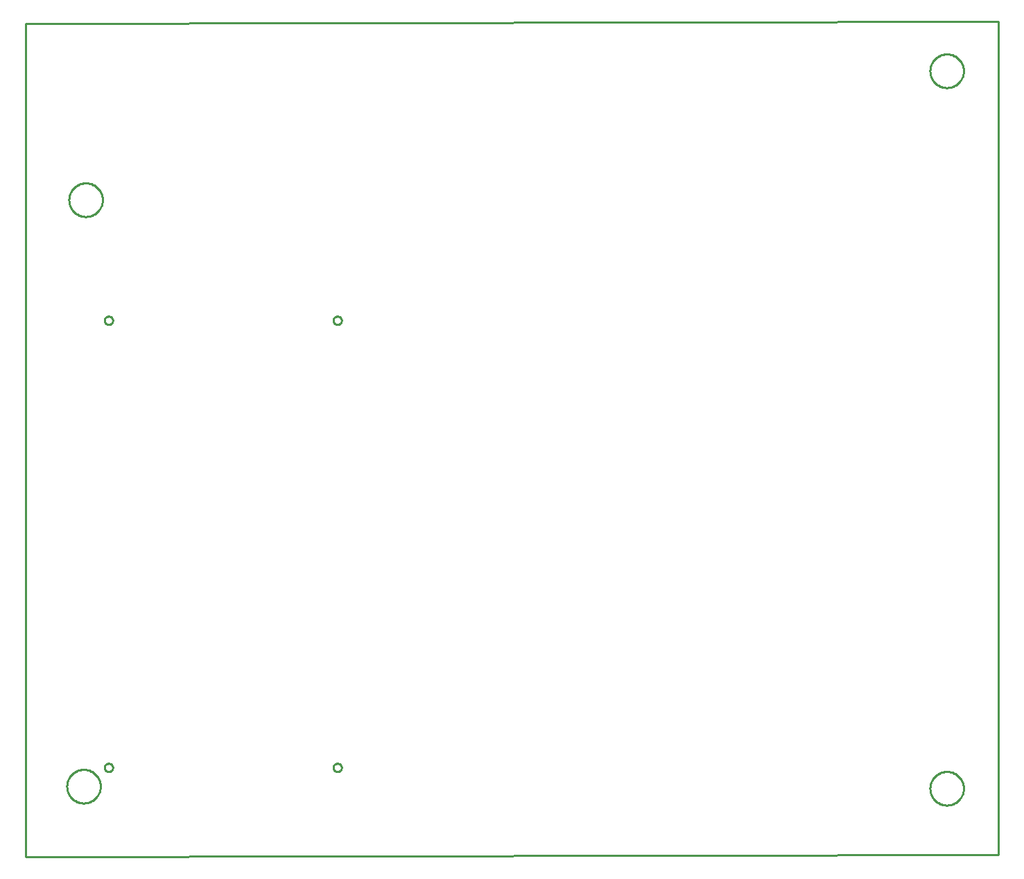
<source format=gbr>
G04 EAGLE Gerber RS-274X export*
G75*
%MOMM*%
%FSLAX34Y34*%
%LPD*%
%IN*%
%IPPOS*%
%AMOC8*
5,1,8,0,0,1.08239X$1,22.5*%
G01*
%ADD10C,0.254000*%


D10*
X-109220Y-20320D02*
X1079300Y-17780D01*
X1079300Y1000000D01*
X-109220Y997460D01*
X-109220Y-20320D01*
X271499Y630000D02*
X270941Y630063D01*
X270394Y630188D01*
X269864Y630373D01*
X269358Y630617D01*
X268882Y630916D01*
X268443Y631266D01*
X268046Y631663D01*
X267696Y632102D01*
X267397Y632578D01*
X267153Y633084D01*
X266968Y633614D01*
X266843Y634161D01*
X266780Y634719D01*
X266780Y635281D01*
X266843Y635839D01*
X266968Y636386D01*
X267153Y636916D01*
X267397Y637422D01*
X267696Y637898D01*
X268046Y638337D01*
X268443Y638734D01*
X268882Y639084D01*
X269358Y639383D01*
X269864Y639627D01*
X270394Y639812D01*
X270941Y639937D01*
X271499Y640000D01*
X272061Y640000D01*
X272619Y639937D01*
X273166Y639812D01*
X273696Y639627D01*
X274202Y639383D01*
X274678Y639084D01*
X275117Y638734D01*
X275514Y638337D01*
X275864Y637898D01*
X276163Y637422D01*
X276407Y636916D01*
X276592Y636386D01*
X276717Y635839D01*
X276780Y635281D01*
X276780Y634719D01*
X276717Y634161D01*
X276592Y633614D01*
X276407Y633084D01*
X276163Y632578D01*
X275864Y632102D01*
X275514Y631663D01*
X275117Y631266D01*
X274678Y630916D01*
X274202Y630617D01*
X273696Y630373D01*
X273166Y630188D01*
X272619Y630063D01*
X272061Y630000D01*
X271499Y630000D01*
X271499Y83900D02*
X270941Y83963D01*
X270394Y84088D01*
X269864Y84273D01*
X269358Y84517D01*
X268882Y84816D01*
X268443Y85166D01*
X268046Y85563D01*
X267696Y86002D01*
X267397Y86478D01*
X267153Y86984D01*
X266968Y87514D01*
X266843Y88061D01*
X266780Y88619D01*
X266780Y89181D01*
X266843Y89739D01*
X266968Y90286D01*
X267153Y90816D01*
X267397Y91322D01*
X267696Y91798D01*
X268046Y92237D01*
X268443Y92634D01*
X268882Y92984D01*
X269358Y93283D01*
X269864Y93527D01*
X270394Y93712D01*
X270941Y93837D01*
X271499Y93900D01*
X272061Y93900D01*
X272619Y93837D01*
X273166Y93712D01*
X273696Y93527D01*
X274202Y93283D01*
X274678Y92984D01*
X275117Y92634D01*
X275514Y92237D01*
X275864Y91798D01*
X276163Y91322D01*
X276407Y90816D01*
X276592Y90286D01*
X276717Y89739D01*
X276780Y89181D01*
X276780Y88619D01*
X276717Y88061D01*
X276592Y87514D01*
X276407Y86984D01*
X276163Y86478D01*
X275864Y86002D01*
X275514Y85563D01*
X275117Y85166D01*
X274678Y84816D01*
X274202Y84517D01*
X273696Y84273D01*
X273166Y84088D01*
X272619Y83963D01*
X272061Y83900D01*
X271499Y83900D01*
X-7901Y83900D02*
X-8459Y83963D01*
X-9006Y84088D01*
X-9536Y84273D01*
X-10042Y84517D01*
X-10518Y84816D01*
X-10957Y85166D01*
X-11354Y85563D01*
X-11704Y86002D01*
X-12003Y86478D01*
X-12247Y86984D01*
X-12432Y87514D01*
X-12557Y88061D01*
X-12620Y88619D01*
X-12620Y89181D01*
X-12557Y89739D01*
X-12432Y90286D01*
X-12247Y90816D01*
X-12003Y91322D01*
X-11704Y91798D01*
X-11354Y92237D01*
X-10957Y92634D01*
X-10518Y92984D01*
X-10042Y93283D01*
X-9536Y93527D01*
X-9006Y93712D01*
X-8459Y93837D01*
X-7901Y93900D01*
X-7339Y93900D01*
X-6781Y93837D01*
X-6234Y93712D01*
X-5704Y93527D01*
X-5198Y93283D01*
X-4722Y92984D01*
X-4283Y92634D01*
X-3886Y92237D01*
X-3536Y91798D01*
X-3237Y91322D01*
X-2993Y90816D01*
X-2808Y90286D01*
X-2683Y89739D01*
X-2620Y89181D01*
X-2620Y88619D01*
X-2683Y88061D01*
X-2808Y87514D01*
X-2993Y86984D01*
X-3237Y86478D01*
X-3536Y86002D01*
X-3886Y85563D01*
X-4283Y85166D01*
X-4722Y84816D01*
X-5198Y84517D01*
X-5704Y84273D01*
X-6234Y84088D01*
X-6781Y83963D01*
X-7339Y83900D01*
X-7901Y83900D01*
X-7901Y630000D02*
X-8459Y630063D01*
X-9006Y630188D01*
X-9536Y630373D01*
X-10042Y630617D01*
X-10518Y630916D01*
X-10957Y631266D01*
X-11354Y631663D01*
X-11704Y632102D01*
X-12003Y632578D01*
X-12247Y633084D01*
X-12432Y633614D01*
X-12557Y634161D01*
X-12620Y634719D01*
X-12620Y635281D01*
X-12557Y635839D01*
X-12432Y636386D01*
X-12247Y636916D01*
X-12003Y637422D01*
X-11704Y637898D01*
X-11354Y638337D01*
X-10957Y638734D01*
X-10518Y639084D01*
X-10042Y639383D01*
X-9536Y639627D01*
X-9006Y639812D01*
X-8459Y639937D01*
X-7901Y640000D01*
X-7339Y640000D01*
X-6781Y639937D01*
X-6234Y639812D01*
X-5704Y639627D01*
X-5198Y639383D01*
X-4722Y639084D01*
X-4283Y638734D01*
X-3886Y638337D01*
X-3536Y637898D01*
X-3237Y637422D01*
X-2993Y636916D01*
X-2808Y636386D01*
X-2683Y635839D01*
X-2620Y635281D01*
X-2620Y634719D01*
X-2683Y634161D01*
X-2808Y633614D01*
X-2993Y633084D01*
X-3237Y632578D01*
X-3536Y632102D01*
X-3886Y631663D01*
X-4283Y631266D01*
X-4722Y630916D01*
X-5198Y630617D01*
X-5704Y630373D01*
X-6234Y630188D01*
X-6781Y630063D01*
X-7339Y630000D01*
X-7901Y630000D01*
X1036500Y62881D02*
X1036425Y61644D01*
X1036276Y60414D01*
X1036053Y59195D01*
X1035756Y57993D01*
X1035388Y56810D01*
X1034948Y55651D01*
X1034440Y54522D01*
X1033864Y53425D01*
X1033223Y52364D01*
X1032519Y51345D01*
X1031755Y50370D01*
X1030934Y49442D01*
X1030058Y48566D01*
X1029130Y47745D01*
X1028155Y46981D01*
X1027136Y46277D01*
X1026075Y45636D01*
X1024978Y45060D01*
X1023849Y44552D01*
X1022690Y44113D01*
X1021507Y43744D01*
X1020305Y43447D01*
X1019086Y43224D01*
X1017856Y43075D01*
X1016619Y43000D01*
X1015381Y43000D01*
X1014144Y43075D01*
X1012914Y43224D01*
X1011695Y43447D01*
X1010493Y43744D01*
X1009310Y44113D01*
X1008151Y44552D01*
X1007022Y45060D01*
X1005925Y45636D01*
X1004864Y46277D01*
X1003845Y46981D01*
X1002870Y47745D01*
X1001942Y48566D01*
X1001066Y49442D01*
X1000245Y50370D01*
X999481Y51345D01*
X998777Y52364D01*
X998136Y53425D01*
X997560Y54522D01*
X997052Y55651D01*
X996613Y56810D01*
X996244Y57993D01*
X995947Y59195D01*
X995724Y60414D01*
X995575Y61644D01*
X995500Y62881D01*
X995500Y64119D01*
X995575Y65356D01*
X995724Y66586D01*
X995947Y67805D01*
X996244Y69007D01*
X996613Y70190D01*
X997052Y71349D01*
X997560Y72478D01*
X998136Y73575D01*
X998777Y74636D01*
X999481Y75655D01*
X1000245Y76630D01*
X1001066Y77558D01*
X1001942Y78434D01*
X1002870Y79255D01*
X1003845Y80019D01*
X1004864Y80723D01*
X1005925Y81364D01*
X1007022Y81940D01*
X1008151Y82448D01*
X1009310Y82888D01*
X1010493Y83256D01*
X1011695Y83553D01*
X1012914Y83776D01*
X1014144Y83925D01*
X1015381Y84000D01*
X1016619Y84000D01*
X1017856Y83925D01*
X1019086Y83776D01*
X1020305Y83553D01*
X1021507Y83256D01*
X1022690Y82888D01*
X1023849Y82448D01*
X1024978Y81940D01*
X1026075Y81364D01*
X1027136Y80723D01*
X1028155Y80019D01*
X1029130Y79255D01*
X1030058Y78434D01*
X1030934Y77558D01*
X1031755Y76630D01*
X1032519Y75655D01*
X1033223Y74636D01*
X1033864Y73575D01*
X1034440Y72478D01*
X1034948Y71349D01*
X1035388Y70190D01*
X1035756Y69007D01*
X1036053Y67805D01*
X1036276Y66586D01*
X1036425Y65356D01*
X1036500Y64119D01*
X1036500Y62881D01*
X-17600Y65421D02*
X-17675Y64184D01*
X-17824Y62954D01*
X-18047Y61735D01*
X-18344Y60533D01*
X-18713Y59350D01*
X-19152Y58191D01*
X-19660Y57062D01*
X-20236Y55965D01*
X-20877Y54904D01*
X-21581Y53885D01*
X-22345Y52910D01*
X-23166Y51982D01*
X-24042Y51106D01*
X-24970Y50285D01*
X-25945Y49521D01*
X-26964Y48817D01*
X-28025Y48176D01*
X-29122Y47600D01*
X-30251Y47092D01*
X-31410Y46653D01*
X-32593Y46284D01*
X-33795Y45987D01*
X-35014Y45764D01*
X-36244Y45615D01*
X-37481Y45540D01*
X-38719Y45540D01*
X-39956Y45615D01*
X-41186Y45764D01*
X-42405Y45987D01*
X-43607Y46284D01*
X-44790Y46653D01*
X-45949Y47092D01*
X-47078Y47600D01*
X-48175Y48176D01*
X-49236Y48817D01*
X-50255Y49521D01*
X-51230Y50285D01*
X-52158Y51106D01*
X-53034Y51982D01*
X-53855Y52910D01*
X-54619Y53885D01*
X-55323Y54904D01*
X-55964Y55965D01*
X-56540Y57062D01*
X-57048Y58191D01*
X-57488Y59350D01*
X-57856Y60533D01*
X-58153Y61735D01*
X-58376Y62954D01*
X-58525Y64184D01*
X-58600Y65421D01*
X-58600Y66659D01*
X-58525Y67896D01*
X-58376Y69126D01*
X-58153Y70345D01*
X-57856Y71547D01*
X-57488Y72730D01*
X-57048Y73889D01*
X-56540Y75018D01*
X-55964Y76115D01*
X-55323Y77176D01*
X-54619Y78195D01*
X-53855Y79170D01*
X-53034Y80098D01*
X-52158Y80974D01*
X-51230Y81795D01*
X-50255Y82559D01*
X-49236Y83263D01*
X-48175Y83904D01*
X-47078Y84480D01*
X-45949Y84988D01*
X-44790Y85428D01*
X-43607Y85796D01*
X-42405Y86093D01*
X-41186Y86316D01*
X-39956Y86465D01*
X-38719Y86540D01*
X-37481Y86540D01*
X-36244Y86465D01*
X-35014Y86316D01*
X-33795Y86093D01*
X-32593Y85796D01*
X-31410Y85428D01*
X-30251Y84988D01*
X-29122Y84480D01*
X-28025Y83904D01*
X-26964Y83263D01*
X-25945Y82559D01*
X-24970Y81795D01*
X-24042Y80974D01*
X-23166Y80098D01*
X-22345Y79170D01*
X-21581Y78195D01*
X-20877Y77176D01*
X-20236Y76115D01*
X-19660Y75018D01*
X-19152Y73889D01*
X-18713Y72730D01*
X-18344Y71547D01*
X-18047Y70345D01*
X-17824Y69126D01*
X-17675Y67896D01*
X-17600Y66659D01*
X-17600Y65421D01*
X1036500Y939181D02*
X1036425Y937944D01*
X1036276Y936714D01*
X1036053Y935495D01*
X1035756Y934293D01*
X1035388Y933110D01*
X1034948Y931951D01*
X1034440Y930822D01*
X1033864Y929725D01*
X1033223Y928664D01*
X1032519Y927645D01*
X1031755Y926670D01*
X1030934Y925742D01*
X1030058Y924866D01*
X1029130Y924045D01*
X1028155Y923281D01*
X1027136Y922577D01*
X1026075Y921936D01*
X1024978Y921360D01*
X1023849Y920852D01*
X1022690Y920413D01*
X1021507Y920044D01*
X1020305Y919747D01*
X1019086Y919524D01*
X1017856Y919375D01*
X1016619Y919300D01*
X1015381Y919300D01*
X1014144Y919375D01*
X1012914Y919524D01*
X1011695Y919747D01*
X1010493Y920044D01*
X1009310Y920413D01*
X1008151Y920852D01*
X1007022Y921360D01*
X1005925Y921936D01*
X1004864Y922577D01*
X1003845Y923281D01*
X1002870Y924045D01*
X1001942Y924866D01*
X1001066Y925742D01*
X1000245Y926670D01*
X999481Y927645D01*
X998777Y928664D01*
X998136Y929725D01*
X997560Y930822D01*
X997052Y931951D01*
X996613Y933110D01*
X996244Y934293D01*
X995947Y935495D01*
X995724Y936714D01*
X995575Y937944D01*
X995500Y939181D01*
X995500Y940419D01*
X995575Y941656D01*
X995724Y942886D01*
X995947Y944105D01*
X996244Y945307D01*
X996613Y946490D01*
X997052Y947649D01*
X997560Y948778D01*
X998136Y949875D01*
X998777Y950936D01*
X999481Y951955D01*
X1000245Y952930D01*
X1001066Y953858D01*
X1001942Y954734D01*
X1002870Y955555D01*
X1003845Y956319D01*
X1004864Y957023D01*
X1005925Y957664D01*
X1007022Y958240D01*
X1008151Y958748D01*
X1009310Y959188D01*
X1010493Y959556D01*
X1011695Y959853D01*
X1012914Y960076D01*
X1014144Y960225D01*
X1015381Y960300D01*
X1016619Y960300D01*
X1017856Y960225D01*
X1019086Y960076D01*
X1020305Y959853D01*
X1021507Y959556D01*
X1022690Y959188D01*
X1023849Y958748D01*
X1024978Y958240D01*
X1026075Y957664D01*
X1027136Y957023D01*
X1028155Y956319D01*
X1029130Y955555D01*
X1030058Y954734D01*
X1030934Y953858D01*
X1031755Y952930D01*
X1032519Y951955D01*
X1033223Y950936D01*
X1033864Y949875D01*
X1034440Y948778D01*
X1034948Y947649D01*
X1035388Y946490D01*
X1035756Y945307D01*
X1036053Y944105D01*
X1036276Y942886D01*
X1036425Y941656D01*
X1036500Y940419D01*
X1036500Y939181D01*
X-15060Y781701D02*
X-15135Y780464D01*
X-15284Y779234D01*
X-15507Y778015D01*
X-15804Y776813D01*
X-16173Y775630D01*
X-16612Y774471D01*
X-17120Y773342D01*
X-17696Y772245D01*
X-18337Y771184D01*
X-19041Y770165D01*
X-19805Y769190D01*
X-20626Y768262D01*
X-21502Y767386D01*
X-22430Y766565D01*
X-23405Y765801D01*
X-24424Y765097D01*
X-25485Y764456D01*
X-26582Y763880D01*
X-27711Y763372D01*
X-28870Y762933D01*
X-30053Y762564D01*
X-31255Y762267D01*
X-32474Y762044D01*
X-33704Y761895D01*
X-34941Y761820D01*
X-36179Y761820D01*
X-37416Y761895D01*
X-38646Y762044D01*
X-39865Y762267D01*
X-41067Y762564D01*
X-42250Y762933D01*
X-43409Y763372D01*
X-44538Y763880D01*
X-45635Y764456D01*
X-46696Y765097D01*
X-47715Y765801D01*
X-48690Y766565D01*
X-49618Y767386D01*
X-50494Y768262D01*
X-51315Y769190D01*
X-52079Y770165D01*
X-52783Y771184D01*
X-53424Y772245D01*
X-54000Y773342D01*
X-54508Y774471D01*
X-54948Y775630D01*
X-55316Y776813D01*
X-55613Y778015D01*
X-55836Y779234D01*
X-55985Y780464D01*
X-56060Y781701D01*
X-56060Y782939D01*
X-55985Y784176D01*
X-55836Y785406D01*
X-55613Y786625D01*
X-55316Y787827D01*
X-54948Y789010D01*
X-54508Y790169D01*
X-54000Y791298D01*
X-53424Y792395D01*
X-52783Y793456D01*
X-52079Y794475D01*
X-51315Y795450D01*
X-50494Y796378D01*
X-49618Y797254D01*
X-48690Y798075D01*
X-47715Y798839D01*
X-46696Y799543D01*
X-45635Y800184D01*
X-44538Y800760D01*
X-43409Y801268D01*
X-42250Y801708D01*
X-41067Y802076D01*
X-39865Y802373D01*
X-38646Y802596D01*
X-37416Y802745D01*
X-36179Y802820D01*
X-34941Y802820D01*
X-33704Y802745D01*
X-32474Y802596D01*
X-31255Y802373D01*
X-30053Y802076D01*
X-28870Y801708D01*
X-27711Y801268D01*
X-26582Y800760D01*
X-25485Y800184D01*
X-24424Y799543D01*
X-23405Y798839D01*
X-22430Y798075D01*
X-21502Y797254D01*
X-20626Y796378D01*
X-19805Y795450D01*
X-19041Y794475D01*
X-18337Y793456D01*
X-17696Y792395D01*
X-17120Y791298D01*
X-16612Y790169D01*
X-16173Y789010D01*
X-15804Y787827D01*
X-15507Y786625D01*
X-15284Y785406D01*
X-15135Y784176D01*
X-15060Y782939D01*
X-15060Y781701D01*
M02*

</source>
